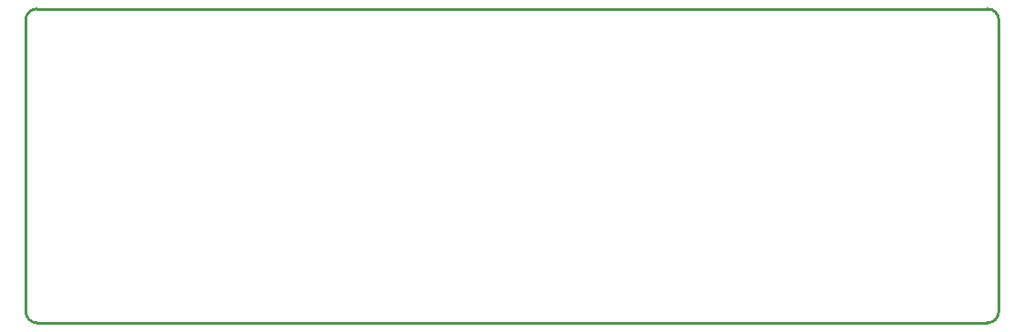
<source format=gto>
G04 Layer: TopSilkscreenLayer*
G04 EasyEDA Pro v1.7.27, 2022-09-03 12:36:09*
G04 Gerber Generator version 0.3*
G04 Scale: 100 percent, Rotated: No, Reflected: No*
G04 Dimensions in millimeters*
G04 Leading zeros omitted, absolute positions, 3 integers and 3 decimals*
%FSLAX33Y33*%
%MOMM*%
%ADD10C,0.254*%
G75*


G04 Rect Start*
G54D10*
G01X2138Y39342D02*
G01X2138Y12176D01*
G03X3160Y11154I1022J0D01*
G01X91540D01*
G03X92562Y12176I0J1022D01*
G01Y39342D01*
G03X91540Y40364I-1022J0D01*
G01X3160D01*
G03X2138Y39342I0J-1022D01*
G04 Rect End*

M02*

</source>
